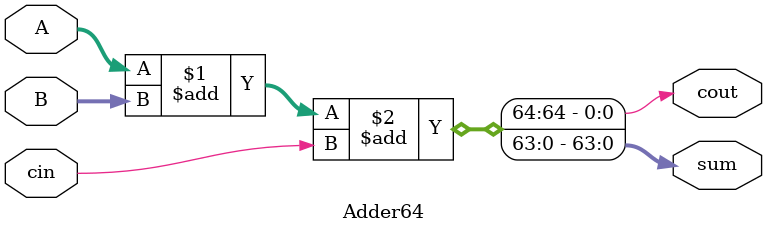
<source format=v>
module Adder64 (A, B, cin, sum, cout);
input [63:0] A, B;
input cin;
output [63:0] sum;
output cout;
assign {cout, sum} = A + B + cin;
endmodule

</source>
